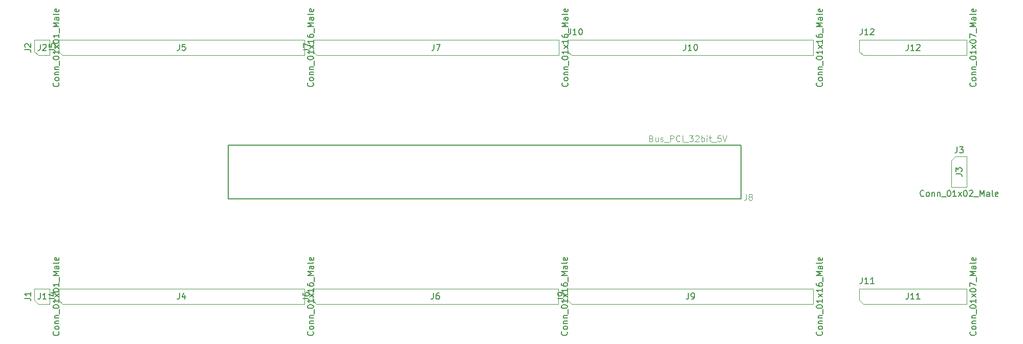
<source format=gbr>
%TF.GenerationSoftware,KiCad,Pcbnew,(5.1.8)-1*%
%TF.CreationDate,2020-11-30T17:22:19-08:00*%
%TF.ProjectId,BreakOutBoard,42726561-6b4f-4757-9442-6f6172642e6b,rev?*%
%TF.SameCoordinates,Original*%
%TF.FileFunction,Other,Fab,Top*%
%FSLAX46Y46*%
G04 Gerber Fmt 4.6, Leading zero omitted, Abs format (unit mm)*
G04 Created by KiCad (PCBNEW (5.1.8)-1) date 2020-11-30 17:22:19*
%MOMM*%
%LPD*%
G01*
G04 APERTURE LIST*
%ADD10C,0.100000*%
%ADD11C,0.127000*%
%ADD12C,0.150000*%
%ADD13C,0.015000*%
G04 APERTURE END LIST*
D10*
%TO.C,J3*%
X225830000Y-94865000D02*
X226465000Y-94230000D01*
X225830000Y-99310000D02*
X225830000Y-94865000D01*
X228370000Y-99310000D02*
X225830000Y-99310000D01*
X228370000Y-94230000D02*
X228370000Y-99310000D01*
X226465000Y-94230000D02*
X228370000Y-94230000D01*
D11*
%TO.C,J8*%
X191020000Y-92355000D02*
X191020000Y-101245000D01*
X106180000Y-92355000D02*
X191020000Y-92355000D01*
X106180000Y-101245000D02*
X106180000Y-92355000D01*
X191020000Y-101245000D02*
X106180000Y-101245000D01*
D10*
%TO.C,J11*%
X210590000Y-118035000D02*
X210590000Y-116130000D01*
X210590000Y-116130000D02*
X228370000Y-116130000D01*
X228370000Y-116130000D02*
X228370000Y-118670000D01*
X228370000Y-118670000D02*
X211225000Y-118670000D01*
X211225000Y-118670000D02*
X210590000Y-118035000D01*
%TO.C,J12*%
X211225000Y-77470000D02*
X210590000Y-76835000D01*
X228370000Y-77470000D02*
X211225000Y-77470000D01*
X228370000Y-74930000D02*
X228370000Y-77470000D01*
X210590000Y-74930000D02*
X228370000Y-74930000D01*
X210590000Y-76835000D02*
X210590000Y-74930000D01*
%TO.C,J1*%
X74130000Y-118035000D02*
X74130000Y-116130000D01*
X74130000Y-116130000D02*
X76670000Y-116130000D01*
X76670000Y-116130000D02*
X76670000Y-118670000D01*
X76670000Y-118670000D02*
X74765000Y-118670000D01*
X74765000Y-118670000D02*
X74130000Y-118035000D01*
%TO.C,J2*%
X74765000Y-77470000D02*
X74130000Y-76835000D01*
X76670000Y-77470000D02*
X74765000Y-77470000D01*
X76670000Y-74930000D02*
X76670000Y-77470000D01*
X74130000Y-74930000D02*
X76670000Y-74930000D01*
X74130000Y-76835000D02*
X74130000Y-74930000D01*
%TO.C,J4*%
X78130000Y-118035000D02*
X78130000Y-116130000D01*
X78130000Y-116130000D02*
X118770000Y-116130000D01*
X118770000Y-116130000D02*
X118770000Y-118670000D01*
X118770000Y-118670000D02*
X78765000Y-118670000D01*
X78765000Y-118670000D02*
X78130000Y-118035000D01*
%TO.C,J5*%
X78765000Y-77470000D02*
X78130000Y-76835000D01*
X118770000Y-77470000D02*
X78765000Y-77470000D01*
X118770000Y-74930000D02*
X118770000Y-77470000D01*
X78130000Y-74930000D02*
X118770000Y-74930000D01*
X78130000Y-76835000D02*
X78130000Y-74930000D01*
%TO.C,J6*%
X120130000Y-118035000D02*
X120130000Y-116130000D01*
X120130000Y-116130000D02*
X160770000Y-116130000D01*
X160770000Y-116130000D02*
X160770000Y-118670000D01*
X160770000Y-118670000D02*
X120765000Y-118670000D01*
X120765000Y-118670000D02*
X120130000Y-118035000D01*
%TO.C,J7*%
X120865000Y-77470000D02*
X120230000Y-76835000D01*
X160870000Y-77470000D02*
X120865000Y-77470000D01*
X160870000Y-74930000D02*
X160870000Y-77470000D01*
X120230000Y-74930000D02*
X160870000Y-74930000D01*
X120230000Y-76835000D02*
X120230000Y-74930000D01*
%TO.C,J9*%
X162965000Y-118670000D02*
X162330000Y-118035000D01*
X202970000Y-118670000D02*
X162965000Y-118670000D01*
X202970000Y-116130000D02*
X202970000Y-118670000D01*
X162330000Y-116130000D02*
X202970000Y-116130000D01*
X162330000Y-118035000D02*
X162330000Y-116130000D01*
%TO.C,J10*%
X162330000Y-76835000D02*
X162330000Y-74930000D01*
X162330000Y-74930000D02*
X202970000Y-74930000D01*
X202970000Y-74930000D02*
X202970000Y-77470000D01*
X202970000Y-77470000D02*
X162965000Y-77470000D01*
X162965000Y-77470000D02*
X162330000Y-76835000D01*
%TD*%
%TO.C,J3*%
D12*
X226766666Y-92622380D02*
X226766666Y-93336666D01*
X226719047Y-93479523D01*
X226623809Y-93574761D01*
X226480952Y-93622380D01*
X226385714Y-93622380D01*
X227147619Y-92622380D02*
X227766666Y-92622380D01*
X227433333Y-93003333D01*
X227576190Y-93003333D01*
X227671428Y-93050952D01*
X227719047Y-93098571D01*
X227766666Y-93193809D01*
X227766666Y-93431904D01*
X227719047Y-93527142D01*
X227671428Y-93574761D01*
X227576190Y-93622380D01*
X227290476Y-93622380D01*
X227195238Y-93574761D01*
X227147619Y-93527142D01*
X221266666Y-100727142D02*
X221219047Y-100774761D01*
X221076190Y-100822380D01*
X220980952Y-100822380D01*
X220838095Y-100774761D01*
X220742857Y-100679523D01*
X220695238Y-100584285D01*
X220647619Y-100393809D01*
X220647619Y-100250952D01*
X220695238Y-100060476D01*
X220742857Y-99965238D01*
X220838095Y-99870000D01*
X220980952Y-99822380D01*
X221076190Y-99822380D01*
X221219047Y-99870000D01*
X221266666Y-99917619D01*
X221838095Y-100822380D02*
X221742857Y-100774761D01*
X221695238Y-100727142D01*
X221647619Y-100631904D01*
X221647619Y-100346190D01*
X221695238Y-100250952D01*
X221742857Y-100203333D01*
X221838095Y-100155714D01*
X221980952Y-100155714D01*
X222076190Y-100203333D01*
X222123809Y-100250952D01*
X222171428Y-100346190D01*
X222171428Y-100631904D01*
X222123809Y-100727142D01*
X222076190Y-100774761D01*
X221980952Y-100822380D01*
X221838095Y-100822380D01*
X222600000Y-100155714D02*
X222600000Y-100822380D01*
X222600000Y-100250952D02*
X222647619Y-100203333D01*
X222742857Y-100155714D01*
X222885714Y-100155714D01*
X222980952Y-100203333D01*
X223028571Y-100298571D01*
X223028571Y-100822380D01*
X223504761Y-100155714D02*
X223504761Y-100822380D01*
X223504761Y-100250952D02*
X223552380Y-100203333D01*
X223647619Y-100155714D01*
X223790476Y-100155714D01*
X223885714Y-100203333D01*
X223933333Y-100298571D01*
X223933333Y-100822380D01*
X224171428Y-100917619D02*
X224933333Y-100917619D01*
X225361904Y-99822380D02*
X225457142Y-99822380D01*
X225552380Y-99870000D01*
X225600000Y-99917619D01*
X225647619Y-100012857D01*
X225695238Y-100203333D01*
X225695238Y-100441428D01*
X225647619Y-100631904D01*
X225600000Y-100727142D01*
X225552380Y-100774761D01*
X225457142Y-100822380D01*
X225361904Y-100822380D01*
X225266666Y-100774761D01*
X225219047Y-100727142D01*
X225171428Y-100631904D01*
X225123809Y-100441428D01*
X225123809Y-100203333D01*
X225171428Y-100012857D01*
X225219047Y-99917619D01*
X225266666Y-99870000D01*
X225361904Y-99822380D01*
X226647619Y-100822380D02*
X226076190Y-100822380D01*
X226361904Y-100822380D02*
X226361904Y-99822380D01*
X226266666Y-99965238D01*
X226171428Y-100060476D01*
X226076190Y-100108095D01*
X226980952Y-100822380D02*
X227504761Y-100155714D01*
X226980952Y-100155714D02*
X227504761Y-100822380D01*
X228076190Y-99822380D02*
X228171428Y-99822380D01*
X228266666Y-99870000D01*
X228314285Y-99917619D01*
X228361904Y-100012857D01*
X228409523Y-100203333D01*
X228409523Y-100441428D01*
X228361904Y-100631904D01*
X228314285Y-100727142D01*
X228266666Y-100774761D01*
X228171428Y-100822380D01*
X228076190Y-100822380D01*
X227980952Y-100774761D01*
X227933333Y-100727142D01*
X227885714Y-100631904D01*
X227838095Y-100441428D01*
X227838095Y-100203333D01*
X227885714Y-100012857D01*
X227933333Y-99917619D01*
X227980952Y-99870000D01*
X228076190Y-99822380D01*
X228790476Y-99917619D02*
X228838095Y-99870000D01*
X228933333Y-99822380D01*
X229171428Y-99822380D01*
X229266666Y-99870000D01*
X229314285Y-99917619D01*
X229361904Y-100012857D01*
X229361904Y-100108095D01*
X229314285Y-100250952D01*
X228742857Y-100822380D01*
X229361904Y-100822380D01*
X229552380Y-100917619D02*
X230314285Y-100917619D01*
X230552380Y-100822380D02*
X230552380Y-99822380D01*
X230885714Y-100536666D01*
X231219047Y-99822380D01*
X231219047Y-100822380D01*
X232123809Y-100822380D02*
X232123809Y-100298571D01*
X232076190Y-100203333D01*
X231980952Y-100155714D01*
X231790476Y-100155714D01*
X231695238Y-100203333D01*
X232123809Y-100774761D02*
X232028571Y-100822380D01*
X231790476Y-100822380D01*
X231695238Y-100774761D01*
X231647619Y-100679523D01*
X231647619Y-100584285D01*
X231695238Y-100489047D01*
X231790476Y-100441428D01*
X232028571Y-100441428D01*
X232123809Y-100393809D01*
X232742857Y-100822380D02*
X232647619Y-100774761D01*
X232600000Y-100679523D01*
X232600000Y-99822380D01*
X233504761Y-100774761D02*
X233409523Y-100822380D01*
X233219047Y-100822380D01*
X233123809Y-100774761D01*
X233076190Y-100679523D01*
X233076190Y-100298571D01*
X233123809Y-100203333D01*
X233219047Y-100155714D01*
X233409523Y-100155714D01*
X233504761Y-100203333D01*
X233552380Y-100298571D01*
X233552380Y-100393809D01*
X233076190Y-100489047D01*
X226552380Y-97103333D02*
X227266666Y-97103333D01*
X227409523Y-97150952D01*
X227504761Y-97246190D01*
X227552380Y-97389047D01*
X227552380Y-97484285D01*
X226552380Y-96722380D02*
X226552380Y-96103333D01*
X226933333Y-96436666D01*
X226933333Y-96293809D01*
X226980952Y-96198571D01*
X227028571Y-96150952D01*
X227123809Y-96103333D01*
X227361904Y-96103333D01*
X227457142Y-96150952D01*
X227504761Y-96198571D01*
X227552380Y-96293809D01*
X227552380Y-96579523D01*
X227504761Y-96674761D01*
X227457142Y-96722380D01*
%TO.C,J8*%
D13*
X191866593Y-100452260D02*
X191866593Y-101166703D01*
X191818963Y-101309591D01*
X191723704Y-101404850D01*
X191580816Y-101452480D01*
X191485557Y-101452480D01*
X192485777Y-100880926D02*
X192390518Y-100833296D01*
X192342888Y-100785667D01*
X192295259Y-100690408D01*
X192295259Y-100642778D01*
X192342888Y-100547519D01*
X192390518Y-100499890D01*
X192485777Y-100452260D01*
X192676295Y-100452260D01*
X192771554Y-100499890D01*
X192819183Y-100547519D01*
X192866813Y-100642778D01*
X192866813Y-100690408D01*
X192819183Y-100785667D01*
X192771554Y-100833296D01*
X192676295Y-100880926D01*
X192485777Y-100880926D01*
X192390518Y-100928555D01*
X192342888Y-100976185D01*
X192295259Y-101071444D01*
X192295259Y-101261962D01*
X192342888Y-101357221D01*
X192390518Y-101404850D01*
X192485777Y-101452480D01*
X192676295Y-101452480D01*
X192771554Y-101404850D01*
X192819183Y-101357221D01*
X192866813Y-101261962D01*
X192866813Y-101071444D01*
X192819183Y-100976185D01*
X192771554Y-100928555D01*
X192676295Y-100880926D01*
X176169652Y-91233547D02*
X176312766Y-91281252D01*
X176360471Y-91328957D01*
X176408176Y-91424367D01*
X176408176Y-91567481D01*
X176360471Y-91662891D01*
X176312766Y-91710596D01*
X176217356Y-91758301D01*
X175835717Y-91758301D01*
X175835717Y-90756498D01*
X176169652Y-90756498D01*
X176265061Y-90804203D01*
X176312766Y-90851908D01*
X176360471Y-90947318D01*
X176360471Y-91042728D01*
X176312766Y-91138137D01*
X176265061Y-91185842D01*
X176169652Y-91233547D01*
X175835717Y-91233547D01*
X177266864Y-91090432D02*
X177266864Y-91758301D01*
X176837520Y-91090432D02*
X176837520Y-91615186D01*
X176885225Y-91710596D01*
X176980635Y-91758301D01*
X177123750Y-91758301D01*
X177219159Y-91710596D01*
X177266864Y-91662891D01*
X177696208Y-91710596D02*
X177791618Y-91758301D01*
X177982438Y-91758301D01*
X178077848Y-91710596D01*
X178125553Y-91615186D01*
X178125553Y-91567481D01*
X178077848Y-91472072D01*
X177982438Y-91424367D01*
X177839323Y-91424367D01*
X177743913Y-91376662D01*
X177696208Y-91281252D01*
X177696208Y-91233547D01*
X177743913Y-91138137D01*
X177839323Y-91090432D01*
X177982438Y-91090432D01*
X178077848Y-91138137D01*
X178316372Y-91853711D02*
X179079651Y-91853711D01*
X179318175Y-91758301D02*
X179318175Y-90756498D01*
X179699814Y-90756498D01*
X179795224Y-90804203D01*
X179842929Y-90851908D01*
X179890634Y-90947318D01*
X179890634Y-91090432D01*
X179842929Y-91185842D01*
X179795224Y-91233547D01*
X179699814Y-91281252D01*
X179318175Y-91281252D01*
X180892437Y-91662891D02*
X180844732Y-91710596D01*
X180701617Y-91758301D01*
X180606208Y-91758301D01*
X180463093Y-91710596D01*
X180367683Y-91615186D01*
X180319978Y-91519777D01*
X180272273Y-91328957D01*
X180272273Y-91185842D01*
X180319978Y-90995023D01*
X180367683Y-90899613D01*
X180463093Y-90804203D01*
X180606208Y-90756498D01*
X180701617Y-90756498D01*
X180844732Y-90804203D01*
X180892437Y-90851908D01*
X181321781Y-91758301D02*
X181321781Y-90756498D01*
X181560306Y-91853711D02*
X182323584Y-91853711D01*
X182466699Y-90756498D02*
X183086863Y-90756498D01*
X182752928Y-91138137D01*
X182896043Y-91138137D01*
X182991453Y-91185842D01*
X183039158Y-91233547D01*
X183086863Y-91328957D01*
X183086863Y-91567481D01*
X183039158Y-91662891D01*
X182991453Y-91710596D01*
X182896043Y-91758301D01*
X182609814Y-91758301D01*
X182514404Y-91710596D01*
X182466699Y-91662891D01*
X183468502Y-90851908D02*
X183516207Y-90804203D01*
X183611617Y-90756498D01*
X183850141Y-90756498D01*
X183945551Y-90804203D01*
X183993256Y-90851908D01*
X184040961Y-90947318D01*
X184040961Y-91042728D01*
X183993256Y-91185842D01*
X183420797Y-91758301D01*
X184040961Y-91758301D01*
X184470305Y-91758301D02*
X184470305Y-90756498D01*
X184470305Y-91138137D02*
X184565715Y-91090432D01*
X184756534Y-91090432D01*
X184851944Y-91138137D01*
X184899649Y-91185842D01*
X184947354Y-91281252D01*
X184947354Y-91567481D01*
X184899649Y-91662891D01*
X184851944Y-91710596D01*
X184756534Y-91758301D01*
X184565715Y-91758301D01*
X184470305Y-91710596D01*
X185376698Y-91758301D02*
X185376698Y-91090432D01*
X185376698Y-90756498D02*
X185328993Y-90804203D01*
X185376698Y-90851908D01*
X185424403Y-90804203D01*
X185376698Y-90756498D01*
X185376698Y-90851908D01*
X185710632Y-91090432D02*
X186092272Y-91090432D01*
X185853747Y-90756498D02*
X185853747Y-91615186D01*
X185901452Y-91710596D01*
X185996862Y-91758301D01*
X186092272Y-91758301D01*
X186187682Y-91853711D02*
X186950960Y-91853711D01*
X187666534Y-90756498D02*
X187189485Y-90756498D01*
X187141780Y-91233547D01*
X187189485Y-91185842D01*
X187284894Y-91138137D01*
X187523419Y-91138137D01*
X187618829Y-91185842D01*
X187666534Y-91233547D01*
X187714238Y-91328957D01*
X187714238Y-91567481D01*
X187666534Y-91662891D01*
X187618829Y-91710596D01*
X187523419Y-91758301D01*
X187284894Y-91758301D01*
X187189485Y-91710596D01*
X187141780Y-91662891D01*
X188000468Y-90756498D02*
X188334402Y-91758301D01*
X188668337Y-90756498D01*
%TO.C,J11*%
D12*
X211070476Y-114252380D02*
X211070476Y-114966666D01*
X211022857Y-115109523D01*
X210927619Y-115204761D01*
X210784761Y-115252380D01*
X210689523Y-115252380D01*
X212070476Y-115252380D02*
X211499047Y-115252380D01*
X211784761Y-115252380D02*
X211784761Y-114252380D01*
X211689523Y-114395238D01*
X211594285Y-114490476D01*
X211499047Y-114538095D01*
X213022857Y-115252380D02*
X212451428Y-115252380D01*
X212737142Y-115252380D02*
X212737142Y-114252380D01*
X212641904Y-114395238D01*
X212546666Y-114490476D01*
X212451428Y-114538095D01*
X229787142Y-123233333D02*
X229834761Y-123280952D01*
X229882380Y-123423809D01*
X229882380Y-123519047D01*
X229834761Y-123661904D01*
X229739523Y-123757142D01*
X229644285Y-123804761D01*
X229453809Y-123852380D01*
X229310952Y-123852380D01*
X229120476Y-123804761D01*
X229025238Y-123757142D01*
X228930000Y-123661904D01*
X228882380Y-123519047D01*
X228882380Y-123423809D01*
X228930000Y-123280952D01*
X228977619Y-123233333D01*
X229882380Y-122661904D02*
X229834761Y-122757142D01*
X229787142Y-122804761D01*
X229691904Y-122852380D01*
X229406190Y-122852380D01*
X229310952Y-122804761D01*
X229263333Y-122757142D01*
X229215714Y-122661904D01*
X229215714Y-122519047D01*
X229263333Y-122423809D01*
X229310952Y-122376190D01*
X229406190Y-122328571D01*
X229691904Y-122328571D01*
X229787142Y-122376190D01*
X229834761Y-122423809D01*
X229882380Y-122519047D01*
X229882380Y-122661904D01*
X229215714Y-121900000D02*
X229882380Y-121900000D01*
X229310952Y-121900000D02*
X229263333Y-121852380D01*
X229215714Y-121757142D01*
X229215714Y-121614285D01*
X229263333Y-121519047D01*
X229358571Y-121471428D01*
X229882380Y-121471428D01*
X229215714Y-120995238D02*
X229882380Y-120995238D01*
X229310952Y-120995238D02*
X229263333Y-120947619D01*
X229215714Y-120852380D01*
X229215714Y-120709523D01*
X229263333Y-120614285D01*
X229358571Y-120566666D01*
X229882380Y-120566666D01*
X229977619Y-120328571D02*
X229977619Y-119566666D01*
X228882380Y-119138095D02*
X228882380Y-119042857D01*
X228930000Y-118947619D01*
X228977619Y-118900000D01*
X229072857Y-118852380D01*
X229263333Y-118804761D01*
X229501428Y-118804761D01*
X229691904Y-118852380D01*
X229787142Y-118900000D01*
X229834761Y-118947619D01*
X229882380Y-119042857D01*
X229882380Y-119138095D01*
X229834761Y-119233333D01*
X229787142Y-119280952D01*
X229691904Y-119328571D01*
X229501428Y-119376190D01*
X229263333Y-119376190D01*
X229072857Y-119328571D01*
X228977619Y-119280952D01*
X228930000Y-119233333D01*
X228882380Y-119138095D01*
X229882380Y-117852380D02*
X229882380Y-118423809D01*
X229882380Y-118138095D02*
X228882380Y-118138095D01*
X229025238Y-118233333D01*
X229120476Y-118328571D01*
X229168095Y-118423809D01*
X229882380Y-117519047D02*
X229215714Y-116995238D01*
X229215714Y-117519047D02*
X229882380Y-116995238D01*
X228882380Y-116423809D02*
X228882380Y-116328571D01*
X228930000Y-116233333D01*
X228977619Y-116185714D01*
X229072857Y-116138095D01*
X229263333Y-116090476D01*
X229501428Y-116090476D01*
X229691904Y-116138095D01*
X229787142Y-116185714D01*
X229834761Y-116233333D01*
X229882380Y-116328571D01*
X229882380Y-116423809D01*
X229834761Y-116519047D01*
X229787142Y-116566666D01*
X229691904Y-116614285D01*
X229501428Y-116661904D01*
X229263333Y-116661904D01*
X229072857Y-116614285D01*
X228977619Y-116566666D01*
X228930000Y-116519047D01*
X228882380Y-116423809D01*
X228882380Y-115757142D02*
X228882380Y-115090476D01*
X229882380Y-115519047D01*
X229977619Y-114947619D02*
X229977619Y-114185714D01*
X229882380Y-113947619D02*
X228882380Y-113947619D01*
X229596666Y-113614285D01*
X228882380Y-113280952D01*
X229882380Y-113280952D01*
X229882380Y-112376190D02*
X229358571Y-112376190D01*
X229263333Y-112423809D01*
X229215714Y-112519047D01*
X229215714Y-112709523D01*
X229263333Y-112804761D01*
X229834761Y-112376190D02*
X229882380Y-112471428D01*
X229882380Y-112709523D01*
X229834761Y-112804761D01*
X229739523Y-112852380D01*
X229644285Y-112852380D01*
X229549047Y-112804761D01*
X229501428Y-112709523D01*
X229501428Y-112471428D01*
X229453809Y-112376190D01*
X229882380Y-111757142D02*
X229834761Y-111852380D01*
X229739523Y-111900000D01*
X228882380Y-111900000D01*
X229834761Y-110995238D02*
X229882380Y-111090476D01*
X229882380Y-111280952D01*
X229834761Y-111376190D01*
X229739523Y-111423809D01*
X229358571Y-111423809D01*
X229263333Y-111376190D01*
X229215714Y-111280952D01*
X229215714Y-111090476D01*
X229263333Y-110995238D01*
X229358571Y-110947619D01*
X229453809Y-110947619D01*
X229549047Y-111423809D01*
X218670476Y-116852380D02*
X218670476Y-117566666D01*
X218622857Y-117709523D01*
X218527619Y-117804761D01*
X218384761Y-117852380D01*
X218289523Y-117852380D01*
X219670476Y-117852380D02*
X219099047Y-117852380D01*
X219384761Y-117852380D02*
X219384761Y-116852380D01*
X219289523Y-116995238D01*
X219194285Y-117090476D01*
X219099047Y-117138095D01*
X220622857Y-117852380D02*
X220051428Y-117852380D01*
X220337142Y-117852380D02*
X220337142Y-116852380D01*
X220241904Y-116995238D01*
X220146666Y-117090476D01*
X220051428Y-117138095D01*
%TO.C,J12*%
X211050476Y-73052380D02*
X211050476Y-73766666D01*
X211002857Y-73909523D01*
X210907619Y-74004761D01*
X210764761Y-74052380D01*
X210669523Y-74052380D01*
X212050476Y-74052380D02*
X211479047Y-74052380D01*
X211764761Y-74052380D02*
X211764761Y-73052380D01*
X211669523Y-73195238D01*
X211574285Y-73290476D01*
X211479047Y-73338095D01*
X212431428Y-73147619D02*
X212479047Y-73100000D01*
X212574285Y-73052380D01*
X212812380Y-73052380D01*
X212907619Y-73100000D01*
X212955238Y-73147619D01*
X213002857Y-73242857D01*
X213002857Y-73338095D01*
X212955238Y-73480952D01*
X212383809Y-74052380D01*
X213002857Y-74052380D01*
X229787142Y-82033333D02*
X229834761Y-82080952D01*
X229882380Y-82223809D01*
X229882380Y-82319047D01*
X229834761Y-82461904D01*
X229739523Y-82557142D01*
X229644285Y-82604761D01*
X229453809Y-82652380D01*
X229310952Y-82652380D01*
X229120476Y-82604761D01*
X229025238Y-82557142D01*
X228930000Y-82461904D01*
X228882380Y-82319047D01*
X228882380Y-82223809D01*
X228930000Y-82080952D01*
X228977619Y-82033333D01*
X229882380Y-81461904D02*
X229834761Y-81557142D01*
X229787142Y-81604761D01*
X229691904Y-81652380D01*
X229406190Y-81652380D01*
X229310952Y-81604761D01*
X229263333Y-81557142D01*
X229215714Y-81461904D01*
X229215714Y-81319047D01*
X229263333Y-81223809D01*
X229310952Y-81176190D01*
X229406190Y-81128571D01*
X229691904Y-81128571D01*
X229787142Y-81176190D01*
X229834761Y-81223809D01*
X229882380Y-81319047D01*
X229882380Y-81461904D01*
X229215714Y-80700000D02*
X229882380Y-80700000D01*
X229310952Y-80700000D02*
X229263333Y-80652380D01*
X229215714Y-80557142D01*
X229215714Y-80414285D01*
X229263333Y-80319047D01*
X229358571Y-80271428D01*
X229882380Y-80271428D01*
X229215714Y-79795238D02*
X229882380Y-79795238D01*
X229310952Y-79795238D02*
X229263333Y-79747619D01*
X229215714Y-79652380D01*
X229215714Y-79509523D01*
X229263333Y-79414285D01*
X229358571Y-79366666D01*
X229882380Y-79366666D01*
X229977619Y-79128571D02*
X229977619Y-78366666D01*
X228882380Y-77938095D02*
X228882380Y-77842857D01*
X228930000Y-77747619D01*
X228977619Y-77700000D01*
X229072857Y-77652380D01*
X229263333Y-77604761D01*
X229501428Y-77604761D01*
X229691904Y-77652380D01*
X229787142Y-77700000D01*
X229834761Y-77747619D01*
X229882380Y-77842857D01*
X229882380Y-77938095D01*
X229834761Y-78033333D01*
X229787142Y-78080952D01*
X229691904Y-78128571D01*
X229501428Y-78176190D01*
X229263333Y-78176190D01*
X229072857Y-78128571D01*
X228977619Y-78080952D01*
X228930000Y-78033333D01*
X228882380Y-77938095D01*
X229882380Y-76652380D02*
X229882380Y-77223809D01*
X229882380Y-76938095D02*
X228882380Y-76938095D01*
X229025238Y-77033333D01*
X229120476Y-77128571D01*
X229168095Y-77223809D01*
X229882380Y-76319047D02*
X229215714Y-75795238D01*
X229215714Y-76319047D02*
X229882380Y-75795238D01*
X228882380Y-75223809D02*
X228882380Y-75128571D01*
X228930000Y-75033333D01*
X228977619Y-74985714D01*
X229072857Y-74938095D01*
X229263333Y-74890476D01*
X229501428Y-74890476D01*
X229691904Y-74938095D01*
X229787142Y-74985714D01*
X229834761Y-75033333D01*
X229882380Y-75128571D01*
X229882380Y-75223809D01*
X229834761Y-75319047D01*
X229787142Y-75366666D01*
X229691904Y-75414285D01*
X229501428Y-75461904D01*
X229263333Y-75461904D01*
X229072857Y-75414285D01*
X228977619Y-75366666D01*
X228930000Y-75319047D01*
X228882380Y-75223809D01*
X228882380Y-74557142D02*
X228882380Y-73890476D01*
X229882380Y-74319047D01*
X229977619Y-73747619D02*
X229977619Y-72985714D01*
X229882380Y-72747619D02*
X228882380Y-72747619D01*
X229596666Y-72414285D01*
X228882380Y-72080952D01*
X229882380Y-72080952D01*
X229882380Y-71176190D02*
X229358571Y-71176190D01*
X229263333Y-71223809D01*
X229215714Y-71319047D01*
X229215714Y-71509523D01*
X229263333Y-71604761D01*
X229834761Y-71176190D02*
X229882380Y-71271428D01*
X229882380Y-71509523D01*
X229834761Y-71604761D01*
X229739523Y-71652380D01*
X229644285Y-71652380D01*
X229549047Y-71604761D01*
X229501428Y-71509523D01*
X229501428Y-71271428D01*
X229453809Y-71176190D01*
X229882380Y-70557142D02*
X229834761Y-70652380D01*
X229739523Y-70700000D01*
X228882380Y-70700000D01*
X229834761Y-69795238D02*
X229882380Y-69890476D01*
X229882380Y-70080952D01*
X229834761Y-70176190D01*
X229739523Y-70223809D01*
X229358571Y-70223809D01*
X229263333Y-70176190D01*
X229215714Y-70080952D01*
X229215714Y-69890476D01*
X229263333Y-69795238D01*
X229358571Y-69747619D01*
X229453809Y-69747619D01*
X229549047Y-70223809D01*
X218670476Y-75652380D02*
X218670476Y-76366666D01*
X218622857Y-76509523D01*
X218527619Y-76604761D01*
X218384761Y-76652380D01*
X218289523Y-76652380D01*
X219670476Y-76652380D02*
X219099047Y-76652380D01*
X219384761Y-76652380D02*
X219384761Y-75652380D01*
X219289523Y-75795238D01*
X219194285Y-75890476D01*
X219099047Y-75938095D01*
X220051428Y-75747619D02*
X220099047Y-75700000D01*
X220194285Y-75652380D01*
X220432380Y-75652380D01*
X220527619Y-75700000D01*
X220575238Y-75747619D01*
X220622857Y-75842857D01*
X220622857Y-75938095D01*
X220575238Y-76080952D01*
X220003809Y-76652380D01*
X220622857Y-76652380D01*
%TO.C,J1*%
X72522380Y-117733333D02*
X73236666Y-117733333D01*
X73379523Y-117780952D01*
X73474761Y-117876190D01*
X73522380Y-118019047D01*
X73522380Y-118114285D01*
X73522380Y-116733333D02*
X73522380Y-117304761D01*
X73522380Y-117019047D02*
X72522380Y-117019047D01*
X72665238Y-117114285D01*
X72760476Y-117209523D01*
X72808095Y-117304761D01*
X78087142Y-123233333D02*
X78134761Y-123280952D01*
X78182380Y-123423809D01*
X78182380Y-123519047D01*
X78134761Y-123661904D01*
X78039523Y-123757142D01*
X77944285Y-123804761D01*
X77753809Y-123852380D01*
X77610952Y-123852380D01*
X77420476Y-123804761D01*
X77325238Y-123757142D01*
X77230000Y-123661904D01*
X77182380Y-123519047D01*
X77182380Y-123423809D01*
X77230000Y-123280952D01*
X77277619Y-123233333D01*
X78182380Y-122661904D02*
X78134761Y-122757142D01*
X78087142Y-122804761D01*
X77991904Y-122852380D01*
X77706190Y-122852380D01*
X77610952Y-122804761D01*
X77563333Y-122757142D01*
X77515714Y-122661904D01*
X77515714Y-122519047D01*
X77563333Y-122423809D01*
X77610952Y-122376190D01*
X77706190Y-122328571D01*
X77991904Y-122328571D01*
X78087142Y-122376190D01*
X78134761Y-122423809D01*
X78182380Y-122519047D01*
X78182380Y-122661904D01*
X77515714Y-121900000D02*
X78182380Y-121900000D01*
X77610952Y-121900000D02*
X77563333Y-121852380D01*
X77515714Y-121757142D01*
X77515714Y-121614285D01*
X77563333Y-121519047D01*
X77658571Y-121471428D01*
X78182380Y-121471428D01*
X77515714Y-120995238D02*
X78182380Y-120995238D01*
X77610952Y-120995238D02*
X77563333Y-120947619D01*
X77515714Y-120852380D01*
X77515714Y-120709523D01*
X77563333Y-120614285D01*
X77658571Y-120566666D01*
X78182380Y-120566666D01*
X78277619Y-120328571D02*
X78277619Y-119566666D01*
X77182380Y-119138095D02*
X77182380Y-119042857D01*
X77230000Y-118947619D01*
X77277619Y-118900000D01*
X77372857Y-118852380D01*
X77563333Y-118804761D01*
X77801428Y-118804761D01*
X77991904Y-118852380D01*
X78087142Y-118900000D01*
X78134761Y-118947619D01*
X78182380Y-119042857D01*
X78182380Y-119138095D01*
X78134761Y-119233333D01*
X78087142Y-119280952D01*
X77991904Y-119328571D01*
X77801428Y-119376190D01*
X77563333Y-119376190D01*
X77372857Y-119328571D01*
X77277619Y-119280952D01*
X77230000Y-119233333D01*
X77182380Y-119138095D01*
X78182380Y-117852380D02*
X78182380Y-118423809D01*
X78182380Y-118138095D02*
X77182380Y-118138095D01*
X77325238Y-118233333D01*
X77420476Y-118328571D01*
X77468095Y-118423809D01*
X78182380Y-117519047D02*
X77515714Y-116995238D01*
X77515714Y-117519047D02*
X78182380Y-116995238D01*
X77182380Y-116423809D02*
X77182380Y-116328571D01*
X77230000Y-116233333D01*
X77277619Y-116185714D01*
X77372857Y-116138095D01*
X77563333Y-116090476D01*
X77801428Y-116090476D01*
X77991904Y-116138095D01*
X78087142Y-116185714D01*
X78134761Y-116233333D01*
X78182380Y-116328571D01*
X78182380Y-116423809D01*
X78134761Y-116519047D01*
X78087142Y-116566666D01*
X77991904Y-116614285D01*
X77801428Y-116661904D01*
X77563333Y-116661904D01*
X77372857Y-116614285D01*
X77277619Y-116566666D01*
X77230000Y-116519047D01*
X77182380Y-116423809D01*
X78182380Y-115138095D02*
X78182380Y-115709523D01*
X78182380Y-115423809D02*
X77182380Y-115423809D01*
X77325238Y-115519047D01*
X77420476Y-115614285D01*
X77468095Y-115709523D01*
X78277619Y-114947619D02*
X78277619Y-114185714D01*
X78182380Y-113947619D02*
X77182380Y-113947619D01*
X77896666Y-113614285D01*
X77182380Y-113280952D01*
X78182380Y-113280952D01*
X78182380Y-112376190D02*
X77658571Y-112376190D01*
X77563333Y-112423809D01*
X77515714Y-112519047D01*
X77515714Y-112709523D01*
X77563333Y-112804761D01*
X78134761Y-112376190D02*
X78182380Y-112471428D01*
X78182380Y-112709523D01*
X78134761Y-112804761D01*
X78039523Y-112852380D01*
X77944285Y-112852380D01*
X77849047Y-112804761D01*
X77801428Y-112709523D01*
X77801428Y-112471428D01*
X77753809Y-112376190D01*
X78182380Y-111757142D02*
X78134761Y-111852380D01*
X78039523Y-111900000D01*
X77182380Y-111900000D01*
X78134761Y-110995238D02*
X78182380Y-111090476D01*
X78182380Y-111280952D01*
X78134761Y-111376190D01*
X78039523Y-111423809D01*
X77658571Y-111423809D01*
X77563333Y-111376190D01*
X77515714Y-111280952D01*
X77515714Y-111090476D01*
X77563333Y-110995238D01*
X77658571Y-110947619D01*
X77753809Y-110947619D01*
X77849047Y-111423809D01*
X75066666Y-116852380D02*
X75066666Y-117566666D01*
X75019047Y-117709523D01*
X74923809Y-117804761D01*
X74780952Y-117852380D01*
X74685714Y-117852380D01*
X76066666Y-117852380D02*
X75495238Y-117852380D01*
X75780952Y-117852380D02*
X75780952Y-116852380D01*
X75685714Y-116995238D01*
X75590476Y-117090476D01*
X75495238Y-117138095D01*
%TO.C,J2*%
X72522380Y-76533333D02*
X73236666Y-76533333D01*
X73379523Y-76580952D01*
X73474761Y-76676190D01*
X73522380Y-76819047D01*
X73522380Y-76914285D01*
X72617619Y-76104761D02*
X72570000Y-76057142D01*
X72522380Y-75961904D01*
X72522380Y-75723809D01*
X72570000Y-75628571D01*
X72617619Y-75580952D01*
X72712857Y-75533333D01*
X72808095Y-75533333D01*
X72950952Y-75580952D01*
X73522380Y-76152380D01*
X73522380Y-75533333D01*
X78087142Y-82033333D02*
X78134761Y-82080952D01*
X78182380Y-82223809D01*
X78182380Y-82319047D01*
X78134761Y-82461904D01*
X78039523Y-82557142D01*
X77944285Y-82604761D01*
X77753809Y-82652380D01*
X77610952Y-82652380D01*
X77420476Y-82604761D01*
X77325238Y-82557142D01*
X77230000Y-82461904D01*
X77182380Y-82319047D01*
X77182380Y-82223809D01*
X77230000Y-82080952D01*
X77277619Y-82033333D01*
X78182380Y-81461904D02*
X78134761Y-81557142D01*
X78087142Y-81604761D01*
X77991904Y-81652380D01*
X77706190Y-81652380D01*
X77610952Y-81604761D01*
X77563333Y-81557142D01*
X77515714Y-81461904D01*
X77515714Y-81319047D01*
X77563333Y-81223809D01*
X77610952Y-81176190D01*
X77706190Y-81128571D01*
X77991904Y-81128571D01*
X78087142Y-81176190D01*
X78134761Y-81223809D01*
X78182380Y-81319047D01*
X78182380Y-81461904D01*
X77515714Y-80700000D02*
X78182380Y-80700000D01*
X77610952Y-80700000D02*
X77563333Y-80652380D01*
X77515714Y-80557142D01*
X77515714Y-80414285D01*
X77563333Y-80319047D01*
X77658571Y-80271428D01*
X78182380Y-80271428D01*
X77515714Y-79795238D02*
X78182380Y-79795238D01*
X77610952Y-79795238D02*
X77563333Y-79747619D01*
X77515714Y-79652380D01*
X77515714Y-79509523D01*
X77563333Y-79414285D01*
X77658571Y-79366666D01*
X78182380Y-79366666D01*
X78277619Y-79128571D02*
X78277619Y-78366666D01*
X77182380Y-77938095D02*
X77182380Y-77842857D01*
X77230000Y-77747619D01*
X77277619Y-77700000D01*
X77372857Y-77652380D01*
X77563333Y-77604761D01*
X77801428Y-77604761D01*
X77991904Y-77652380D01*
X78087142Y-77700000D01*
X78134761Y-77747619D01*
X78182380Y-77842857D01*
X78182380Y-77938095D01*
X78134761Y-78033333D01*
X78087142Y-78080952D01*
X77991904Y-78128571D01*
X77801428Y-78176190D01*
X77563333Y-78176190D01*
X77372857Y-78128571D01*
X77277619Y-78080952D01*
X77230000Y-78033333D01*
X77182380Y-77938095D01*
X78182380Y-76652380D02*
X78182380Y-77223809D01*
X78182380Y-76938095D02*
X77182380Y-76938095D01*
X77325238Y-77033333D01*
X77420476Y-77128571D01*
X77468095Y-77223809D01*
X78182380Y-76319047D02*
X77515714Y-75795238D01*
X77515714Y-76319047D02*
X78182380Y-75795238D01*
X77182380Y-75223809D02*
X77182380Y-75128571D01*
X77230000Y-75033333D01*
X77277619Y-74985714D01*
X77372857Y-74938095D01*
X77563333Y-74890476D01*
X77801428Y-74890476D01*
X77991904Y-74938095D01*
X78087142Y-74985714D01*
X78134761Y-75033333D01*
X78182380Y-75128571D01*
X78182380Y-75223809D01*
X78134761Y-75319047D01*
X78087142Y-75366666D01*
X77991904Y-75414285D01*
X77801428Y-75461904D01*
X77563333Y-75461904D01*
X77372857Y-75414285D01*
X77277619Y-75366666D01*
X77230000Y-75319047D01*
X77182380Y-75223809D01*
X78182380Y-73938095D02*
X78182380Y-74509523D01*
X78182380Y-74223809D02*
X77182380Y-74223809D01*
X77325238Y-74319047D01*
X77420476Y-74414285D01*
X77468095Y-74509523D01*
X78277619Y-73747619D02*
X78277619Y-72985714D01*
X78182380Y-72747619D02*
X77182380Y-72747619D01*
X77896666Y-72414285D01*
X77182380Y-72080952D01*
X78182380Y-72080952D01*
X78182380Y-71176190D02*
X77658571Y-71176190D01*
X77563333Y-71223809D01*
X77515714Y-71319047D01*
X77515714Y-71509523D01*
X77563333Y-71604761D01*
X78134761Y-71176190D02*
X78182380Y-71271428D01*
X78182380Y-71509523D01*
X78134761Y-71604761D01*
X78039523Y-71652380D01*
X77944285Y-71652380D01*
X77849047Y-71604761D01*
X77801428Y-71509523D01*
X77801428Y-71271428D01*
X77753809Y-71176190D01*
X78182380Y-70557142D02*
X78134761Y-70652380D01*
X78039523Y-70700000D01*
X77182380Y-70700000D01*
X78134761Y-69795238D02*
X78182380Y-69890476D01*
X78182380Y-70080952D01*
X78134761Y-70176190D01*
X78039523Y-70223809D01*
X77658571Y-70223809D01*
X77563333Y-70176190D01*
X77515714Y-70080952D01*
X77515714Y-69890476D01*
X77563333Y-69795238D01*
X77658571Y-69747619D01*
X77753809Y-69747619D01*
X77849047Y-70223809D01*
X75066666Y-75652380D02*
X75066666Y-76366666D01*
X75019047Y-76509523D01*
X74923809Y-76604761D01*
X74780952Y-76652380D01*
X74685714Y-76652380D01*
X75495238Y-75747619D02*
X75542857Y-75700000D01*
X75638095Y-75652380D01*
X75876190Y-75652380D01*
X75971428Y-75700000D01*
X76019047Y-75747619D01*
X76066666Y-75842857D01*
X76066666Y-75938095D01*
X76019047Y-76080952D01*
X75447619Y-76652380D01*
X76066666Y-76652380D01*
%TO.C,J4*%
X76522380Y-117733333D02*
X77236666Y-117733333D01*
X77379523Y-117780952D01*
X77474761Y-117876190D01*
X77522380Y-118019047D01*
X77522380Y-118114285D01*
X76855714Y-116828571D02*
X77522380Y-116828571D01*
X76474761Y-117066666D02*
X77189047Y-117304761D01*
X77189047Y-116685714D01*
X120187142Y-123233333D02*
X120234761Y-123280952D01*
X120282380Y-123423809D01*
X120282380Y-123519047D01*
X120234761Y-123661904D01*
X120139523Y-123757142D01*
X120044285Y-123804761D01*
X119853809Y-123852380D01*
X119710952Y-123852380D01*
X119520476Y-123804761D01*
X119425238Y-123757142D01*
X119330000Y-123661904D01*
X119282380Y-123519047D01*
X119282380Y-123423809D01*
X119330000Y-123280952D01*
X119377619Y-123233333D01*
X120282380Y-122661904D02*
X120234761Y-122757142D01*
X120187142Y-122804761D01*
X120091904Y-122852380D01*
X119806190Y-122852380D01*
X119710952Y-122804761D01*
X119663333Y-122757142D01*
X119615714Y-122661904D01*
X119615714Y-122519047D01*
X119663333Y-122423809D01*
X119710952Y-122376190D01*
X119806190Y-122328571D01*
X120091904Y-122328571D01*
X120187142Y-122376190D01*
X120234761Y-122423809D01*
X120282380Y-122519047D01*
X120282380Y-122661904D01*
X119615714Y-121900000D02*
X120282380Y-121900000D01*
X119710952Y-121900000D02*
X119663333Y-121852380D01*
X119615714Y-121757142D01*
X119615714Y-121614285D01*
X119663333Y-121519047D01*
X119758571Y-121471428D01*
X120282380Y-121471428D01*
X119615714Y-120995238D02*
X120282380Y-120995238D01*
X119710952Y-120995238D02*
X119663333Y-120947619D01*
X119615714Y-120852380D01*
X119615714Y-120709523D01*
X119663333Y-120614285D01*
X119758571Y-120566666D01*
X120282380Y-120566666D01*
X120377619Y-120328571D02*
X120377619Y-119566666D01*
X119282380Y-119138095D02*
X119282380Y-119042857D01*
X119330000Y-118947619D01*
X119377619Y-118900000D01*
X119472857Y-118852380D01*
X119663333Y-118804761D01*
X119901428Y-118804761D01*
X120091904Y-118852380D01*
X120187142Y-118900000D01*
X120234761Y-118947619D01*
X120282380Y-119042857D01*
X120282380Y-119138095D01*
X120234761Y-119233333D01*
X120187142Y-119280952D01*
X120091904Y-119328571D01*
X119901428Y-119376190D01*
X119663333Y-119376190D01*
X119472857Y-119328571D01*
X119377619Y-119280952D01*
X119330000Y-119233333D01*
X119282380Y-119138095D01*
X120282380Y-117852380D02*
X120282380Y-118423809D01*
X120282380Y-118138095D02*
X119282380Y-118138095D01*
X119425238Y-118233333D01*
X119520476Y-118328571D01*
X119568095Y-118423809D01*
X120282380Y-117519047D02*
X119615714Y-116995238D01*
X119615714Y-117519047D02*
X120282380Y-116995238D01*
X120282380Y-116090476D02*
X120282380Y-116661904D01*
X120282380Y-116376190D02*
X119282380Y-116376190D01*
X119425238Y-116471428D01*
X119520476Y-116566666D01*
X119568095Y-116661904D01*
X119282380Y-115233333D02*
X119282380Y-115423809D01*
X119330000Y-115519047D01*
X119377619Y-115566666D01*
X119520476Y-115661904D01*
X119710952Y-115709523D01*
X120091904Y-115709523D01*
X120187142Y-115661904D01*
X120234761Y-115614285D01*
X120282380Y-115519047D01*
X120282380Y-115328571D01*
X120234761Y-115233333D01*
X120187142Y-115185714D01*
X120091904Y-115138095D01*
X119853809Y-115138095D01*
X119758571Y-115185714D01*
X119710952Y-115233333D01*
X119663333Y-115328571D01*
X119663333Y-115519047D01*
X119710952Y-115614285D01*
X119758571Y-115661904D01*
X119853809Y-115709523D01*
X120377619Y-114947619D02*
X120377619Y-114185714D01*
X120282380Y-113947619D02*
X119282380Y-113947619D01*
X119996666Y-113614285D01*
X119282380Y-113280952D01*
X120282380Y-113280952D01*
X120282380Y-112376190D02*
X119758571Y-112376190D01*
X119663333Y-112423809D01*
X119615714Y-112519047D01*
X119615714Y-112709523D01*
X119663333Y-112804761D01*
X120234761Y-112376190D02*
X120282380Y-112471428D01*
X120282380Y-112709523D01*
X120234761Y-112804761D01*
X120139523Y-112852380D01*
X120044285Y-112852380D01*
X119949047Y-112804761D01*
X119901428Y-112709523D01*
X119901428Y-112471428D01*
X119853809Y-112376190D01*
X120282380Y-111757142D02*
X120234761Y-111852380D01*
X120139523Y-111900000D01*
X119282380Y-111900000D01*
X120234761Y-110995238D02*
X120282380Y-111090476D01*
X120282380Y-111280952D01*
X120234761Y-111376190D01*
X120139523Y-111423809D01*
X119758571Y-111423809D01*
X119663333Y-111376190D01*
X119615714Y-111280952D01*
X119615714Y-111090476D01*
X119663333Y-110995238D01*
X119758571Y-110947619D01*
X119853809Y-110947619D01*
X119949047Y-111423809D01*
X98116666Y-116852380D02*
X98116666Y-117566666D01*
X98069047Y-117709523D01*
X97973809Y-117804761D01*
X97830952Y-117852380D01*
X97735714Y-117852380D01*
X99021428Y-117185714D02*
X99021428Y-117852380D01*
X98783333Y-116804761D02*
X98545238Y-117519047D01*
X99164285Y-117519047D01*
%TO.C,J5*%
X76522380Y-76533333D02*
X77236666Y-76533333D01*
X77379523Y-76580952D01*
X77474761Y-76676190D01*
X77522380Y-76819047D01*
X77522380Y-76914285D01*
X76522380Y-75580952D02*
X76522380Y-76057142D01*
X76998571Y-76104761D01*
X76950952Y-76057142D01*
X76903333Y-75961904D01*
X76903333Y-75723809D01*
X76950952Y-75628571D01*
X76998571Y-75580952D01*
X77093809Y-75533333D01*
X77331904Y-75533333D01*
X77427142Y-75580952D01*
X77474761Y-75628571D01*
X77522380Y-75723809D01*
X77522380Y-75961904D01*
X77474761Y-76057142D01*
X77427142Y-76104761D01*
X120187142Y-82033333D02*
X120234761Y-82080952D01*
X120282380Y-82223809D01*
X120282380Y-82319047D01*
X120234761Y-82461904D01*
X120139523Y-82557142D01*
X120044285Y-82604761D01*
X119853809Y-82652380D01*
X119710952Y-82652380D01*
X119520476Y-82604761D01*
X119425238Y-82557142D01*
X119330000Y-82461904D01*
X119282380Y-82319047D01*
X119282380Y-82223809D01*
X119330000Y-82080952D01*
X119377619Y-82033333D01*
X120282380Y-81461904D02*
X120234761Y-81557142D01*
X120187142Y-81604761D01*
X120091904Y-81652380D01*
X119806190Y-81652380D01*
X119710952Y-81604761D01*
X119663333Y-81557142D01*
X119615714Y-81461904D01*
X119615714Y-81319047D01*
X119663333Y-81223809D01*
X119710952Y-81176190D01*
X119806190Y-81128571D01*
X120091904Y-81128571D01*
X120187142Y-81176190D01*
X120234761Y-81223809D01*
X120282380Y-81319047D01*
X120282380Y-81461904D01*
X119615714Y-80700000D02*
X120282380Y-80700000D01*
X119710952Y-80700000D02*
X119663333Y-80652380D01*
X119615714Y-80557142D01*
X119615714Y-80414285D01*
X119663333Y-80319047D01*
X119758571Y-80271428D01*
X120282380Y-80271428D01*
X119615714Y-79795238D02*
X120282380Y-79795238D01*
X119710952Y-79795238D02*
X119663333Y-79747619D01*
X119615714Y-79652380D01*
X119615714Y-79509523D01*
X119663333Y-79414285D01*
X119758571Y-79366666D01*
X120282380Y-79366666D01*
X120377619Y-79128571D02*
X120377619Y-78366666D01*
X119282380Y-77938095D02*
X119282380Y-77842857D01*
X119330000Y-77747619D01*
X119377619Y-77700000D01*
X119472857Y-77652380D01*
X119663333Y-77604761D01*
X119901428Y-77604761D01*
X120091904Y-77652380D01*
X120187142Y-77700000D01*
X120234761Y-77747619D01*
X120282380Y-77842857D01*
X120282380Y-77938095D01*
X120234761Y-78033333D01*
X120187142Y-78080952D01*
X120091904Y-78128571D01*
X119901428Y-78176190D01*
X119663333Y-78176190D01*
X119472857Y-78128571D01*
X119377619Y-78080952D01*
X119330000Y-78033333D01*
X119282380Y-77938095D01*
X120282380Y-76652380D02*
X120282380Y-77223809D01*
X120282380Y-76938095D02*
X119282380Y-76938095D01*
X119425238Y-77033333D01*
X119520476Y-77128571D01*
X119568095Y-77223809D01*
X120282380Y-76319047D02*
X119615714Y-75795238D01*
X119615714Y-76319047D02*
X120282380Y-75795238D01*
X120282380Y-74890476D02*
X120282380Y-75461904D01*
X120282380Y-75176190D02*
X119282380Y-75176190D01*
X119425238Y-75271428D01*
X119520476Y-75366666D01*
X119568095Y-75461904D01*
X119282380Y-74033333D02*
X119282380Y-74223809D01*
X119330000Y-74319047D01*
X119377619Y-74366666D01*
X119520476Y-74461904D01*
X119710952Y-74509523D01*
X120091904Y-74509523D01*
X120187142Y-74461904D01*
X120234761Y-74414285D01*
X120282380Y-74319047D01*
X120282380Y-74128571D01*
X120234761Y-74033333D01*
X120187142Y-73985714D01*
X120091904Y-73938095D01*
X119853809Y-73938095D01*
X119758571Y-73985714D01*
X119710952Y-74033333D01*
X119663333Y-74128571D01*
X119663333Y-74319047D01*
X119710952Y-74414285D01*
X119758571Y-74461904D01*
X119853809Y-74509523D01*
X120377619Y-73747619D02*
X120377619Y-72985714D01*
X120282380Y-72747619D02*
X119282380Y-72747619D01*
X119996666Y-72414285D01*
X119282380Y-72080952D01*
X120282380Y-72080952D01*
X120282380Y-71176190D02*
X119758571Y-71176190D01*
X119663333Y-71223809D01*
X119615714Y-71319047D01*
X119615714Y-71509523D01*
X119663333Y-71604761D01*
X120234761Y-71176190D02*
X120282380Y-71271428D01*
X120282380Y-71509523D01*
X120234761Y-71604761D01*
X120139523Y-71652380D01*
X120044285Y-71652380D01*
X119949047Y-71604761D01*
X119901428Y-71509523D01*
X119901428Y-71271428D01*
X119853809Y-71176190D01*
X120282380Y-70557142D02*
X120234761Y-70652380D01*
X120139523Y-70700000D01*
X119282380Y-70700000D01*
X120234761Y-69795238D02*
X120282380Y-69890476D01*
X120282380Y-70080952D01*
X120234761Y-70176190D01*
X120139523Y-70223809D01*
X119758571Y-70223809D01*
X119663333Y-70176190D01*
X119615714Y-70080952D01*
X119615714Y-69890476D01*
X119663333Y-69795238D01*
X119758571Y-69747619D01*
X119853809Y-69747619D01*
X119949047Y-70223809D01*
X98116666Y-75652380D02*
X98116666Y-76366666D01*
X98069047Y-76509523D01*
X97973809Y-76604761D01*
X97830952Y-76652380D01*
X97735714Y-76652380D01*
X99069047Y-75652380D02*
X98592857Y-75652380D01*
X98545238Y-76128571D01*
X98592857Y-76080952D01*
X98688095Y-76033333D01*
X98926190Y-76033333D01*
X99021428Y-76080952D01*
X99069047Y-76128571D01*
X99116666Y-76223809D01*
X99116666Y-76461904D01*
X99069047Y-76557142D01*
X99021428Y-76604761D01*
X98926190Y-76652380D01*
X98688095Y-76652380D01*
X98592857Y-76604761D01*
X98545238Y-76557142D01*
%TO.C,J6*%
X118522380Y-117733333D02*
X119236666Y-117733333D01*
X119379523Y-117780952D01*
X119474761Y-117876190D01*
X119522380Y-118019047D01*
X119522380Y-118114285D01*
X118522380Y-116828571D02*
X118522380Y-117019047D01*
X118570000Y-117114285D01*
X118617619Y-117161904D01*
X118760476Y-117257142D01*
X118950952Y-117304761D01*
X119331904Y-117304761D01*
X119427142Y-117257142D01*
X119474761Y-117209523D01*
X119522380Y-117114285D01*
X119522380Y-116923809D01*
X119474761Y-116828571D01*
X119427142Y-116780952D01*
X119331904Y-116733333D01*
X119093809Y-116733333D01*
X118998571Y-116780952D01*
X118950952Y-116828571D01*
X118903333Y-116923809D01*
X118903333Y-117114285D01*
X118950952Y-117209523D01*
X118998571Y-117257142D01*
X119093809Y-117304761D01*
X162187142Y-123233333D02*
X162234761Y-123280952D01*
X162282380Y-123423809D01*
X162282380Y-123519047D01*
X162234761Y-123661904D01*
X162139523Y-123757142D01*
X162044285Y-123804761D01*
X161853809Y-123852380D01*
X161710952Y-123852380D01*
X161520476Y-123804761D01*
X161425238Y-123757142D01*
X161330000Y-123661904D01*
X161282380Y-123519047D01*
X161282380Y-123423809D01*
X161330000Y-123280952D01*
X161377619Y-123233333D01*
X162282380Y-122661904D02*
X162234761Y-122757142D01*
X162187142Y-122804761D01*
X162091904Y-122852380D01*
X161806190Y-122852380D01*
X161710952Y-122804761D01*
X161663333Y-122757142D01*
X161615714Y-122661904D01*
X161615714Y-122519047D01*
X161663333Y-122423809D01*
X161710952Y-122376190D01*
X161806190Y-122328571D01*
X162091904Y-122328571D01*
X162187142Y-122376190D01*
X162234761Y-122423809D01*
X162282380Y-122519047D01*
X162282380Y-122661904D01*
X161615714Y-121900000D02*
X162282380Y-121900000D01*
X161710952Y-121900000D02*
X161663333Y-121852380D01*
X161615714Y-121757142D01*
X161615714Y-121614285D01*
X161663333Y-121519047D01*
X161758571Y-121471428D01*
X162282380Y-121471428D01*
X161615714Y-120995238D02*
X162282380Y-120995238D01*
X161710952Y-120995238D02*
X161663333Y-120947619D01*
X161615714Y-120852380D01*
X161615714Y-120709523D01*
X161663333Y-120614285D01*
X161758571Y-120566666D01*
X162282380Y-120566666D01*
X162377619Y-120328571D02*
X162377619Y-119566666D01*
X161282380Y-119138095D02*
X161282380Y-119042857D01*
X161330000Y-118947619D01*
X161377619Y-118900000D01*
X161472857Y-118852380D01*
X161663333Y-118804761D01*
X161901428Y-118804761D01*
X162091904Y-118852380D01*
X162187142Y-118900000D01*
X162234761Y-118947619D01*
X162282380Y-119042857D01*
X162282380Y-119138095D01*
X162234761Y-119233333D01*
X162187142Y-119280952D01*
X162091904Y-119328571D01*
X161901428Y-119376190D01*
X161663333Y-119376190D01*
X161472857Y-119328571D01*
X161377619Y-119280952D01*
X161330000Y-119233333D01*
X161282380Y-119138095D01*
X162282380Y-117852380D02*
X162282380Y-118423809D01*
X162282380Y-118138095D02*
X161282380Y-118138095D01*
X161425238Y-118233333D01*
X161520476Y-118328571D01*
X161568095Y-118423809D01*
X162282380Y-117519047D02*
X161615714Y-116995238D01*
X161615714Y-117519047D02*
X162282380Y-116995238D01*
X162282380Y-116090476D02*
X162282380Y-116661904D01*
X162282380Y-116376190D02*
X161282380Y-116376190D01*
X161425238Y-116471428D01*
X161520476Y-116566666D01*
X161568095Y-116661904D01*
X161282380Y-115233333D02*
X161282380Y-115423809D01*
X161330000Y-115519047D01*
X161377619Y-115566666D01*
X161520476Y-115661904D01*
X161710952Y-115709523D01*
X162091904Y-115709523D01*
X162187142Y-115661904D01*
X162234761Y-115614285D01*
X162282380Y-115519047D01*
X162282380Y-115328571D01*
X162234761Y-115233333D01*
X162187142Y-115185714D01*
X162091904Y-115138095D01*
X161853809Y-115138095D01*
X161758571Y-115185714D01*
X161710952Y-115233333D01*
X161663333Y-115328571D01*
X161663333Y-115519047D01*
X161710952Y-115614285D01*
X161758571Y-115661904D01*
X161853809Y-115709523D01*
X162377619Y-114947619D02*
X162377619Y-114185714D01*
X162282380Y-113947619D02*
X161282380Y-113947619D01*
X161996666Y-113614285D01*
X161282380Y-113280952D01*
X162282380Y-113280952D01*
X162282380Y-112376190D02*
X161758571Y-112376190D01*
X161663333Y-112423809D01*
X161615714Y-112519047D01*
X161615714Y-112709523D01*
X161663333Y-112804761D01*
X162234761Y-112376190D02*
X162282380Y-112471428D01*
X162282380Y-112709523D01*
X162234761Y-112804761D01*
X162139523Y-112852380D01*
X162044285Y-112852380D01*
X161949047Y-112804761D01*
X161901428Y-112709523D01*
X161901428Y-112471428D01*
X161853809Y-112376190D01*
X162282380Y-111757142D02*
X162234761Y-111852380D01*
X162139523Y-111900000D01*
X161282380Y-111900000D01*
X162234761Y-110995238D02*
X162282380Y-111090476D01*
X162282380Y-111280952D01*
X162234761Y-111376190D01*
X162139523Y-111423809D01*
X161758571Y-111423809D01*
X161663333Y-111376190D01*
X161615714Y-111280952D01*
X161615714Y-111090476D01*
X161663333Y-110995238D01*
X161758571Y-110947619D01*
X161853809Y-110947619D01*
X161949047Y-111423809D01*
X140116666Y-116852380D02*
X140116666Y-117566666D01*
X140069047Y-117709523D01*
X139973809Y-117804761D01*
X139830952Y-117852380D01*
X139735714Y-117852380D01*
X141021428Y-116852380D02*
X140830952Y-116852380D01*
X140735714Y-116900000D01*
X140688095Y-116947619D01*
X140592857Y-117090476D01*
X140545238Y-117280952D01*
X140545238Y-117661904D01*
X140592857Y-117757142D01*
X140640476Y-117804761D01*
X140735714Y-117852380D01*
X140926190Y-117852380D01*
X141021428Y-117804761D01*
X141069047Y-117757142D01*
X141116666Y-117661904D01*
X141116666Y-117423809D01*
X141069047Y-117328571D01*
X141021428Y-117280952D01*
X140926190Y-117233333D01*
X140735714Y-117233333D01*
X140640476Y-117280952D01*
X140592857Y-117328571D01*
X140545238Y-117423809D01*
%TO.C,J7*%
X118622380Y-76533333D02*
X119336666Y-76533333D01*
X119479523Y-76580952D01*
X119574761Y-76676190D01*
X119622380Y-76819047D01*
X119622380Y-76914285D01*
X118622380Y-76152380D02*
X118622380Y-75485714D01*
X119622380Y-75914285D01*
X162287142Y-82033333D02*
X162334761Y-82080952D01*
X162382380Y-82223809D01*
X162382380Y-82319047D01*
X162334761Y-82461904D01*
X162239523Y-82557142D01*
X162144285Y-82604761D01*
X161953809Y-82652380D01*
X161810952Y-82652380D01*
X161620476Y-82604761D01*
X161525238Y-82557142D01*
X161430000Y-82461904D01*
X161382380Y-82319047D01*
X161382380Y-82223809D01*
X161430000Y-82080952D01*
X161477619Y-82033333D01*
X162382380Y-81461904D02*
X162334761Y-81557142D01*
X162287142Y-81604761D01*
X162191904Y-81652380D01*
X161906190Y-81652380D01*
X161810952Y-81604761D01*
X161763333Y-81557142D01*
X161715714Y-81461904D01*
X161715714Y-81319047D01*
X161763333Y-81223809D01*
X161810952Y-81176190D01*
X161906190Y-81128571D01*
X162191904Y-81128571D01*
X162287142Y-81176190D01*
X162334761Y-81223809D01*
X162382380Y-81319047D01*
X162382380Y-81461904D01*
X161715714Y-80700000D02*
X162382380Y-80700000D01*
X161810952Y-80700000D02*
X161763333Y-80652380D01*
X161715714Y-80557142D01*
X161715714Y-80414285D01*
X161763333Y-80319047D01*
X161858571Y-80271428D01*
X162382380Y-80271428D01*
X161715714Y-79795238D02*
X162382380Y-79795238D01*
X161810952Y-79795238D02*
X161763333Y-79747619D01*
X161715714Y-79652380D01*
X161715714Y-79509523D01*
X161763333Y-79414285D01*
X161858571Y-79366666D01*
X162382380Y-79366666D01*
X162477619Y-79128571D02*
X162477619Y-78366666D01*
X161382380Y-77938095D02*
X161382380Y-77842857D01*
X161430000Y-77747619D01*
X161477619Y-77700000D01*
X161572857Y-77652380D01*
X161763333Y-77604761D01*
X162001428Y-77604761D01*
X162191904Y-77652380D01*
X162287142Y-77700000D01*
X162334761Y-77747619D01*
X162382380Y-77842857D01*
X162382380Y-77938095D01*
X162334761Y-78033333D01*
X162287142Y-78080952D01*
X162191904Y-78128571D01*
X162001428Y-78176190D01*
X161763333Y-78176190D01*
X161572857Y-78128571D01*
X161477619Y-78080952D01*
X161430000Y-78033333D01*
X161382380Y-77938095D01*
X162382380Y-76652380D02*
X162382380Y-77223809D01*
X162382380Y-76938095D02*
X161382380Y-76938095D01*
X161525238Y-77033333D01*
X161620476Y-77128571D01*
X161668095Y-77223809D01*
X162382380Y-76319047D02*
X161715714Y-75795238D01*
X161715714Y-76319047D02*
X162382380Y-75795238D01*
X162382380Y-74890476D02*
X162382380Y-75461904D01*
X162382380Y-75176190D02*
X161382380Y-75176190D01*
X161525238Y-75271428D01*
X161620476Y-75366666D01*
X161668095Y-75461904D01*
X161382380Y-74033333D02*
X161382380Y-74223809D01*
X161430000Y-74319047D01*
X161477619Y-74366666D01*
X161620476Y-74461904D01*
X161810952Y-74509523D01*
X162191904Y-74509523D01*
X162287142Y-74461904D01*
X162334761Y-74414285D01*
X162382380Y-74319047D01*
X162382380Y-74128571D01*
X162334761Y-74033333D01*
X162287142Y-73985714D01*
X162191904Y-73938095D01*
X161953809Y-73938095D01*
X161858571Y-73985714D01*
X161810952Y-74033333D01*
X161763333Y-74128571D01*
X161763333Y-74319047D01*
X161810952Y-74414285D01*
X161858571Y-74461904D01*
X161953809Y-74509523D01*
X162477619Y-73747619D02*
X162477619Y-72985714D01*
X162382380Y-72747619D02*
X161382380Y-72747619D01*
X162096666Y-72414285D01*
X161382380Y-72080952D01*
X162382380Y-72080952D01*
X162382380Y-71176190D02*
X161858571Y-71176190D01*
X161763333Y-71223809D01*
X161715714Y-71319047D01*
X161715714Y-71509523D01*
X161763333Y-71604761D01*
X162334761Y-71176190D02*
X162382380Y-71271428D01*
X162382380Y-71509523D01*
X162334761Y-71604761D01*
X162239523Y-71652380D01*
X162144285Y-71652380D01*
X162049047Y-71604761D01*
X162001428Y-71509523D01*
X162001428Y-71271428D01*
X161953809Y-71176190D01*
X162382380Y-70557142D02*
X162334761Y-70652380D01*
X162239523Y-70700000D01*
X161382380Y-70700000D01*
X162334761Y-69795238D02*
X162382380Y-69890476D01*
X162382380Y-70080952D01*
X162334761Y-70176190D01*
X162239523Y-70223809D01*
X161858571Y-70223809D01*
X161763333Y-70176190D01*
X161715714Y-70080952D01*
X161715714Y-69890476D01*
X161763333Y-69795238D01*
X161858571Y-69747619D01*
X161953809Y-69747619D01*
X162049047Y-70223809D01*
X140216666Y-75652380D02*
X140216666Y-76366666D01*
X140169047Y-76509523D01*
X140073809Y-76604761D01*
X139930952Y-76652380D01*
X139835714Y-76652380D01*
X140597619Y-75652380D02*
X141264285Y-75652380D01*
X140835714Y-76652380D01*
%TO.C,J9*%
X160722380Y-117733333D02*
X161436666Y-117733333D01*
X161579523Y-117780952D01*
X161674761Y-117876190D01*
X161722380Y-118019047D01*
X161722380Y-118114285D01*
X161722380Y-117209523D02*
X161722380Y-117019047D01*
X161674761Y-116923809D01*
X161627142Y-116876190D01*
X161484285Y-116780952D01*
X161293809Y-116733333D01*
X160912857Y-116733333D01*
X160817619Y-116780952D01*
X160770000Y-116828571D01*
X160722380Y-116923809D01*
X160722380Y-117114285D01*
X160770000Y-117209523D01*
X160817619Y-117257142D01*
X160912857Y-117304761D01*
X161150952Y-117304761D01*
X161246190Y-117257142D01*
X161293809Y-117209523D01*
X161341428Y-117114285D01*
X161341428Y-116923809D01*
X161293809Y-116828571D01*
X161246190Y-116780952D01*
X161150952Y-116733333D01*
X204387142Y-123233333D02*
X204434761Y-123280952D01*
X204482380Y-123423809D01*
X204482380Y-123519047D01*
X204434761Y-123661904D01*
X204339523Y-123757142D01*
X204244285Y-123804761D01*
X204053809Y-123852380D01*
X203910952Y-123852380D01*
X203720476Y-123804761D01*
X203625238Y-123757142D01*
X203530000Y-123661904D01*
X203482380Y-123519047D01*
X203482380Y-123423809D01*
X203530000Y-123280952D01*
X203577619Y-123233333D01*
X204482380Y-122661904D02*
X204434761Y-122757142D01*
X204387142Y-122804761D01*
X204291904Y-122852380D01*
X204006190Y-122852380D01*
X203910952Y-122804761D01*
X203863333Y-122757142D01*
X203815714Y-122661904D01*
X203815714Y-122519047D01*
X203863333Y-122423809D01*
X203910952Y-122376190D01*
X204006190Y-122328571D01*
X204291904Y-122328571D01*
X204387142Y-122376190D01*
X204434761Y-122423809D01*
X204482380Y-122519047D01*
X204482380Y-122661904D01*
X203815714Y-121900000D02*
X204482380Y-121900000D01*
X203910952Y-121900000D02*
X203863333Y-121852380D01*
X203815714Y-121757142D01*
X203815714Y-121614285D01*
X203863333Y-121519047D01*
X203958571Y-121471428D01*
X204482380Y-121471428D01*
X203815714Y-120995238D02*
X204482380Y-120995238D01*
X203910952Y-120995238D02*
X203863333Y-120947619D01*
X203815714Y-120852380D01*
X203815714Y-120709523D01*
X203863333Y-120614285D01*
X203958571Y-120566666D01*
X204482380Y-120566666D01*
X204577619Y-120328571D02*
X204577619Y-119566666D01*
X203482380Y-119138095D02*
X203482380Y-119042857D01*
X203530000Y-118947619D01*
X203577619Y-118900000D01*
X203672857Y-118852380D01*
X203863333Y-118804761D01*
X204101428Y-118804761D01*
X204291904Y-118852380D01*
X204387142Y-118900000D01*
X204434761Y-118947619D01*
X204482380Y-119042857D01*
X204482380Y-119138095D01*
X204434761Y-119233333D01*
X204387142Y-119280952D01*
X204291904Y-119328571D01*
X204101428Y-119376190D01*
X203863333Y-119376190D01*
X203672857Y-119328571D01*
X203577619Y-119280952D01*
X203530000Y-119233333D01*
X203482380Y-119138095D01*
X204482380Y-117852380D02*
X204482380Y-118423809D01*
X204482380Y-118138095D02*
X203482380Y-118138095D01*
X203625238Y-118233333D01*
X203720476Y-118328571D01*
X203768095Y-118423809D01*
X204482380Y-117519047D02*
X203815714Y-116995238D01*
X203815714Y-117519047D02*
X204482380Y-116995238D01*
X204482380Y-116090476D02*
X204482380Y-116661904D01*
X204482380Y-116376190D02*
X203482380Y-116376190D01*
X203625238Y-116471428D01*
X203720476Y-116566666D01*
X203768095Y-116661904D01*
X203482380Y-115233333D02*
X203482380Y-115423809D01*
X203530000Y-115519047D01*
X203577619Y-115566666D01*
X203720476Y-115661904D01*
X203910952Y-115709523D01*
X204291904Y-115709523D01*
X204387142Y-115661904D01*
X204434761Y-115614285D01*
X204482380Y-115519047D01*
X204482380Y-115328571D01*
X204434761Y-115233333D01*
X204387142Y-115185714D01*
X204291904Y-115138095D01*
X204053809Y-115138095D01*
X203958571Y-115185714D01*
X203910952Y-115233333D01*
X203863333Y-115328571D01*
X203863333Y-115519047D01*
X203910952Y-115614285D01*
X203958571Y-115661904D01*
X204053809Y-115709523D01*
X204577619Y-114947619D02*
X204577619Y-114185714D01*
X204482380Y-113947619D02*
X203482380Y-113947619D01*
X204196666Y-113614285D01*
X203482380Y-113280952D01*
X204482380Y-113280952D01*
X204482380Y-112376190D02*
X203958571Y-112376190D01*
X203863333Y-112423809D01*
X203815714Y-112519047D01*
X203815714Y-112709523D01*
X203863333Y-112804761D01*
X204434761Y-112376190D02*
X204482380Y-112471428D01*
X204482380Y-112709523D01*
X204434761Y-112804761D01*
X204339523Y-112852380D01*
X204244285Y-112852380D01*
X204149047Y-112804761D01*
X204101428Y-112709523D01*
X204101428Y-112471428D01*
X204053809Y-112376190D01*
X204482380Y-111757142D02*
X204434761Y-111852380D01*
X204339523Y-111900000D01*
X203482380Y-111900000D01*
X204434761Y-110995238D02*
X204482380Y-111090476D01*
X204482380Y-111280952D01*
X204434761Y-111376190D01*
X204339523Y-111423809D01*
X203958571Y-111423809D01*
X203863333Y-111376190D01*
X203815714Y-111280952D01*
X203815714Y-111090476D01*
X203863333Y-110995238D01*
X203958571Y-110947619D01*
X204053809Y-110947619D01*
X204149047Y-111423809D01*
X182316666Y-116852380D02*
X182316666Y-117566666D01*
X182269047Y-117709523D01*
X182173809Y-117804761D01*
X182030952Y-117852380D01*
X181935714Y-117852380D01*
X182840476Y-117852380D02*
X183030952Y-117852380D01*
X183126190Y-117804761D01*
X183173809Y-117757142D01*
X183269047Y-117614285D01*
X183316666Y-117423809D01*
X183316666Y-117042857D01*
X183269047Y-116947619D01*
X183221428Y-116900000D01*
X183126190Y-116852380D01*
X182935714Y-116852380D01*
X182840476Y-116900000D01*
X182792857Y-116947619D01*
X182745238Y-117042857D01*
X182745238Y-117280952D01*
X182792857Y-117376190D01*
X182840476Y-117423809D01*
X182935714Y-117471428D01*
X183126190Y-117471428D01*
X183221428Y-117423809D01*
X183269047Y-117376190D01*
X183316666Y-117280952D01*
%TO.C,J10*%
X162790476Y-73052380D02*
X162790476Y-73766666D01*
X162742857Y-73909523D01*
X162647619Y-74004761D01*
X162504761Y-74052380D01*
X162409523Y-74052380D01*
X163790476Y-74052380D02*
X163219047Y-74052380D01*
X163504761Y-74052380D02*
X163504761Y-73052380D01*
X163409523Y-73195238D01*
X163314285Y-73290476D01*
X163219047Y-73338095D01*
X164409523Y-73052380D02*
X164504761Y-73052380D01*
X164600000Y-73100000D01*
X164647619Y-73147619D01*
X164695238Y-73242857D01*
X164742857Y-73433333D01*
X164742857Y-73671428D01*
X164695238Y-73861904D01*
X164647619Y-73957142D01*
X164600000Y-74004761D01*
X164504761Y-74052380D01*
X164409523Y-74052380D01*
X164314285Y-74004761D01*
X164266666Y-73957142D01*
X164219047Y-73861904D01*
X164171428Y-73671428D01*
X164171428Y-73433333D01*
X164219047Y-73242857D01*
X164266666Y-73147619D01*
X164314285Y-73100000D01*
X164409523Y-73052380D01*
X204387142Y-82033333D02*
X204434761Y-82080952D01*
X204482380Y-82223809D01*
X204482380Y-82319047D01*
X204434761Y-82461904D01*
X204339523Y-82557142D01*
X204244285Y-82604761D01*
X204053809Y-82652380D01*
X203910952Y-82652380D01*
X203720476Y-82604761D01*
X203625238Y-82557142D01*
X203530000Y-82461904D01*
X203482380Y-82319047D01*
X203482380Y-82223809D01*
X203530000Y-82080952D01*
X203577619Y-82033333D01*
X204482380Y-81461904D02*
X204434761Y-81557142D01*
X204387142Y-81604761D01*
X204291904Y-81652380D01*
X204006190Y-81652380D01*
X203910952Y-81604761D01*
X203863333Y-81557142D01*
X203815714Y-81461904D01*
X203815714Y-81319047D01*
X203863333Y-81223809D01*
X203910952Y-81176190D01*
X204006190Y-81128571D01*
X204291904Y-81128571D01*
X204387142Y-81176190D01*
X204434761Y-81223809D01*
X204482380Y-81319047D01*
X204482380Y-81461904D01*
X203815714Y-80700000D02*
X204482380Y-80700000D01*
X203910952Y-80700000D02*
X203863333Y-80652380D01*
X203815714Y-80557142D01*
X203815714Y-80414285D01*
X203863333Y-80319047D01*
X203958571Y-80271428D01*
X204482380Y-80271428D01*
X203815714Y-79795238D02*
X204482380Y-79795238D01*
X203910952Y-79795238D02*
X203863333Y-79747619D01*
X203815714Y-79652380D01*
X203815714Y-79509523D01*
X203863333Y-79414285D01*
X203958571Y-79366666D01*
X204482380Y-79366666D01*
X204577619Y-79128571D02*
X204577619Y-78366666D01*
X203482380Y-77938095D02*
X203482380Y-77842857D01*
X203530000Y-77747619D01*
X203577619Y-77700000D01*
X203672857Y-77652380D01*
X203863333Y-77604761D01*
X204101428Y-77604761D01*
X204291904Y-77652380D01*
X204387142Y-77700000D01*
X204434761Y-77747619D01*
X204482380Y-77842857D01*
X204482380Y-77938095D01*
X204434761Y-78033333D01*
X204387142Y-78080952D01*
X204291904Y-78128571D01*
X204101428Y-78176190D01*
X203863333Y-78176190D01*
X203672857Y-78128571D01*
X203577619Y-78080952D01*
X203530000Y-78033333D01*
X203482380Y-77938095D01*
X204482380Y-76652380D02*
X204482380Y-77223809D01*
X204482380Y-76938095D02*
X203482380Y-76938095D01*
X203625238Y-77033333D01*
X203720476Y-77128571D01*
X203768095Y-77223809D01*
X204482380Y-76319047D02*
X203815714Y-75795238D01*
X203815714Y-76319047D02*
X204482380Y-75795238D01*
X204482380Y-74890476D02*
X204482380Y-75461904D01*
X204482380Y-75176190D02*
X203482380Y-75176190D01*
X203625238Y-75271428D01*
X203720476Y-75366666D01*
X203768095Y-75461904D01*
X203482380Y-74033333D02*
X203482380Y-74223809D01*
X203530000Y-74319047D01*
X203577619Y-74366666D01*
X203720476Y-74461904D01*
X203910952Y-74509523D01*
X204291904Y-74509523D01*
X204387142Y-74461904D01*
X204434761Y-74414285D01*
X204482380Y-74319047D01*
X204482380Y-74128571D01*
X204434761Y-74033333D01*
X204387142Y-73985714D01*
X204291904Y-73938095D01*
X204053809Y-73938095D01*
X203958571Y-73985714D01*
X203910952Y-74033333D01*
X203863333Y-74128571D01*
X203863333Y-74319047D01*
X203910952Y-74414285D01*
X203958571Y-74461904D01*
X204053809Y-74509523D01*
X204577619Y-73747619D02*
X204577619Y-72985714D01*
X204482380Y-72747619D02*
X203482380Y-72747619D01*
X204196666Y-72414285D01*
X203482380Y-72080952D01*
X204482380Y-72080952D01*
X204482380Y-71176190D02*
X203958571Y-71176190D01*
X203863333Y-71223809D01*
X203815714Y-71319047D01*
X203815714Y-71509523D01*
X203863333Y-71604761D01*
X204434761Y-71176190D02*
X204482380Y-71271428D01*
X204482380Y-71509523D01*
X204434761Y-71604761D01*
X204339523Y-71652380D01*
X204244285Y-71652380D01*
X204149047Y-71604761D01*
X204101428Y-71509523D01*
X204101428Y-71271428D01*
X204053809Y-71176190D01*
X204482380Y-70557142D02*
X204434761Y-70652380D01*
X204339523Y-70700000D01*
X203482380Y-70700000D01*
X204434761Y-69795238D02*
X204482380Y-69890476D01*
X204482380Y-70080952D01*
X204434761Y-70176190D01*
X204339523Y-70223809D01*
X203958571Y-70223809D01*
X203863333Y-70176190D01*
X203815714Y-70080952D01*
X203815714Y-69890476D01*
X203863333Y-69795238D01*
X203958571Y-69747619D01*
X204053809Y-69747619D01*
X204149047Y-70223809D01*
X181840476Y-75652380D02*
X181840476Y-76366666D01*
X181792857Y-76509523D01*
X181697619Y-76604761D01*
X181554761Y-76652380D01*
X181459523Y-76652380D01*
X182840476Y-76652380D02*
X182269047Y-76652380D01*
X182554761Y-76652380D02*
X182554761Y-75652380D01*
X182459523Y-75795238D01*
X182364285Y-75890476D01*
X182269047Y-75938095D01*
X183459523Y-75652380D02*
X183554761Y-75652380D01*
X183650000Y-75700000D01*
X183697619Y-75747619D01*
X183745238Y-75842857D01*
X183792857Y-76033333D01*
X183792857Y-76271428D01*
X183745238Y-76461904D01*
X183697619Y-76557142D01*
X183650000Y-76604761D01*
X183554761Y-76652380D01*
X183459523Y-76652380D01*
X183364285Y-76604761D01*
X183316666Y-76557142D01*
X183269047Y-76461904D01*
X183221428Y-76271428D01*
X183221428Y-76033333D01*
X183269047Y-75842857D01*
X183316666Y-75747619D01*
X183364285Y-75700000D01*
X183459523Y-75652380D01*
%TD*%
M02*

</source>
